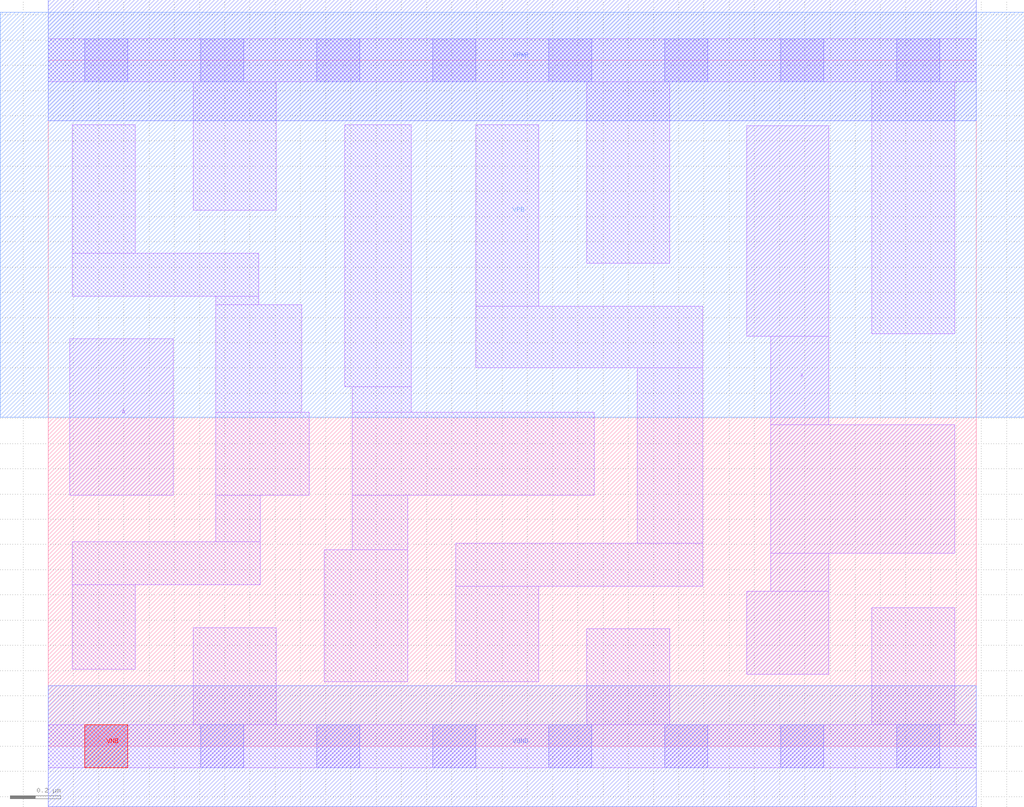
<source format=lef>
# Copyright 2020 The SkyWater PDK Authors
#
# Licensed under the Apache License, Version 2.0 (the "License");
# you may not use this file except in compliance with the License.
# You may obtain a copy of the License at
#
#     https://www.apache.org/licenses/LICENSE-2.0
#
# Unless required by applicable law or agreed to in writing, software
# distributed under the License is distributed on an "AS IS" BASIS,
# WITHOUT WARRANTIES OR CONDITIONS OF ANY KIND, either express or implied.
# See the License for the specific language governing permissions and
# limitations under the License.
#
# SPDX-License-Identifier: Apache-2.0

VERSION 5.7 ;
  NOWIREEXTENSIONATPIN ON ;
  DIVIDERCHAR "/" ;
  BUSBITCHARS "[]" ;
MACRO sky130_fd_sc_hd__clkdlybuf4s25_2
  CLASS CORE ;
  FOREIGN sky130_fd_sc_hd__clkdlybuf4s25_2 ;
  ORIGIN  0.000000  0.000000 ;
  SIZE  3.680000 BY  2.720000 ;
  SYMMETRY X Y R90 ;
  SITE unithd ;
  PIN A
    ANTENNAGATEAREA  0.213000 ;
    DIRECTION INPUT ;
    USE SIGNAL ;
    PORT
      LAYER li1 ;
        RECT 0.085000 0.995000 0.495000 1.615000 ;
    END
  END A
  PIN X
    ANTENNADIFFAREA  0.497000 ;
    DIRECTION OUTPUT ;
    USE SIGNAL ;
    PORT
      LAYER li1 ;
        RECT 2.770000 0.285000 3.095000 0.615000 ;
        RECT 2.770000 1.625000 3.095000 2.460000 ;
        RECT 2.865000 0.615000 3.095000 0.765000 ;
        RECT 2.865000 0.765000 3.595000 1.275000 ;
        RECT 2.865000 1.275000 3.095000 1.625000 ;
    END
  END X
  PIN VGND
    DIRECTION INOUT ;
    SHAPE ABUTMENT ;
    USE GROUND ;
    PORT
      LAYER met1 ;
        RECT 0.000000 -0.240000 3.680000 0.240000 ;
    END
  END VGND
  PIN VNB
    DIRECTION INOUT ;
    USE GROUND ;
    PORT
      LAYER pwell ;
        RECT 0.145000 -0.085000 0.315000 0.085000 ;
    END
  END VNB
  PIN VPB
    DIRECTION INOUT ;
    USE POWER ;
    PORT
      LAYER nwell ;
        RECT -0.190000 1.305000 3.870000 2.910000 ;
    END
  END VPB
  PIN VPWR
    DIRECTION INOUT ;
    SHAPE ABUTMENT ;
    USE POWER ;
    PORT
      LAYER met1 ;
        RECT 0.000000 2.480000 3.680000 2.960000 ;
    END
  END VPWR
  OBS
    LAYER li1 ;
      RECT 0.000000 -0.085000 3.680000 0.085000 ;
      RECT 0.000000  2.635000 3.680000 2.805000 ;
      RECT 0.095000  0.305000 0.345000 0.640000 ;
      RECT 0.095000  0.640000 0.840000 0.810000 ;
      RECT 0.095000  1.785000 0.835000 1.955000 ;
      RECT 0.095000  1.955000 0.345000 2.465000 ;
      RECT 0.575000  0.085000 0.905000 0.470000 ;
      RECT 0.575000  2.125000 0.905000 2.635000 ;
      RECT 0.665000  0.810000 0.840000 0.995000 ;
      RECT 0.665000  0.995000 1.035000 1.325000 ;
      RECT 0.665000  1.325000 1.005000 1.750000 ;
      RECT 0.665000  1.750000 0.835000 1.785000 ;
      RECT 1.095000  0.255000 1.425000 0.780000 ;
      RECT 1.175000  1.425000 1.440000 2.465000 ;
      RECT 1.205000  0.780000 1.425000 0.995000 ;
      RECT 1.205000  0.995000 2.165000 1.325000 ;
      RECT 1.205000  1.325000 1.440000 1.425000 ;
      RECT 1.615000  0.255000 1.945000 0.635000 ;
      RECT 1.615000  0.635000 2.595000 0.805000 ;
      RECT 1.695000  1.500000 2.595000 1.745000 ;
      RECT 1.695000  1.745000 1.945000 2.465000 ;
      RECT 2.135000  0.085000 2.465000 0.465000 ;
      RECT 2.135000  1.915000 2.465000 2.635000 ;
      RECT 2.335000  0.805000 2.595000 1.500000 ;
      RECT 3.265000  0.085000 3.595000 0.550000 ;
      RECT 3.265000  1.635000 3.595000 2.635000 ;
    LAYER mcon ;
      RECT 0.145000 -0.085000 0.315000 0.085000 ;
      RECT 0.145000  2.635000 0.315000 2.805000 ;
      RECT 0.605000 -0.085000 0.775000 0.085000 ;
      RECT 0.605000  2.635000 0.775000 2.805000 ;
      RECT 1.065000 -0.085000 1.235000 0.085000 ;
      RECT 1.065000  2.635000 1.235000 2.805000 ;
      RECT 1.525000 -0.085000 1.695000 0.085000 ;
      RECT 1.525000  2.635000 1.695000 2.805000 ;
      RECT 1.985000 -0.085000 2.155000 0.085000 ;
      RECT 1.985000  2.635000 2.155000 2.805000 ;
      RECT 2.445000 -0.085000 2.615000 0.085000 ;
      RECT 2.445000  2.635000 2.615000 2.805000 ;
      RECT 2.905000 -0.085000 3.075000 0.085000 ;
      RECT 2.905000  2.635000 3.075000 2.805000 ;
      RECT 3.365000 -0.085000 3.535000 0.085000 ;
      RECT 3.365000  2.635000 3.535000 2.805000 ;
  END
END sky130_fd_sc_hd__clkdlybuf4s25_2
END LIBRARY

</source>
